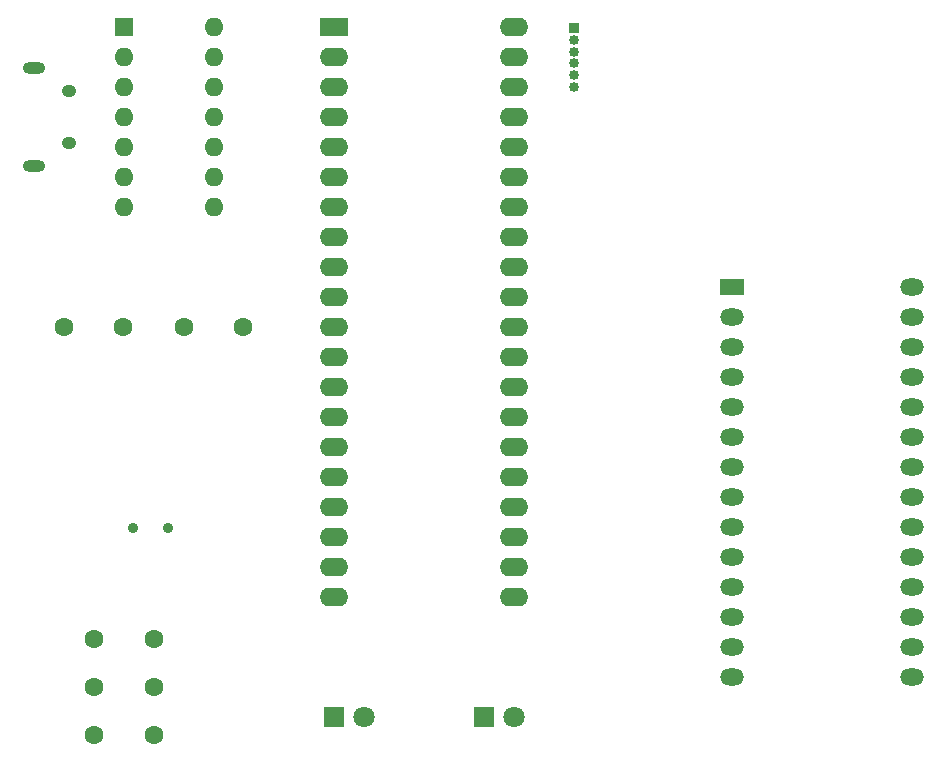
<source format=gbr>
%TF.GenerationSoftware,KiCad,Pcbnew,7.0.5-0*%
%TF.CreationDate,2023-06-15T01:07:24+01:00*%
%TF.ProjectId,EEPROM Programmer,45455052-4f4d-4205-9072-6f6772616d6d,rev?*%
%TF.SameCoordinates,Original*%
%TF.FileFunction,Soldermask,Bot*%
%TF.FilePolarity,Negative*%
%FSLAX46Y46*%
G04 Gerber Fmt 4.6, Leading zero omitted, Abs format (unit mm)*
G04 Created by KiCad (PCBNEW 7.0.5-0) date 2023-06-15 01:07:24*
%MOMM*%
%LPD*%
G01*
G04 APERTURE LIST*
%ADD10R,2.400000X1.600000*%
%ADD11O,2.400000X1.600000*%
%ADD12C,1.600000*%
%ADD13R,2.000000X1.440000*%
%ADD14O,2.000000X1.440000*%
%ADD15C,0.900000*%
%ADD16O,1.250000X1.050000*%
%ADD17O,1.900000X1.000000*%
%ADD18R,0.850000X0.850000*%
%ADD19O,0.850000X0.850000*%
%ADD20R,1.800000X1.800000*%
%ADD21C,1.800000*%
%ADD22R,1.600000X1.600000*%
%ADD23O,1.600000X1.600000*%
G04 APERTURE END LIST*
D10*
%TO.C,U1*%
X40640000Y-17780000D03*
D11*
X40640000Y-20320000D03*
X40640000Y-22860000D03*
X40640000Y-25400000D03*
X40640000Y-27940000D03*
X40640000Y-30480000D03*
X40640000Y-33020000D03*
X40640000Y-35560000D03*
X40640000Y-38100000D03*
X40640000Y-40640000D03*
X40640000Y-43180000D03*
X40640000Y-45720000D03*
X40640000Y-48260000D03*
X40640000Y-50800000D03*
X40640000Y-53340000D03*
X40640000Y-55880000D03*
X40640000Y-58420000D03*
X40640000Y-60960000D03*
X40640000Y-63500000D03*
X40640000Y-66040000D03*
X55880000Y-66040000D03*
X55880000Y-63500000D03*
X55880000Y-60960000D03*
X55880000Y-58420000D03*
X55880000Y-55880000D03*
X55880000Y-53340000D03*
X55880000Y-50800000D03*
X55880000Y-48260000D03*
X55880000Y-45720000D03*
X55880000Y-43180000D03*
X55880000Y-40640000D03*
X55880000Y-38100000D03*
X55880000Y-35560000D03*
X55880000Y-33020000D03*
X55880000Y-30480000D03*
X55880000Y-27940000D03*
X55880000Y-25400000D03*
X55880000Y-22860000D03*
X55880000Y-20320000D03*
X55880000Y-17780000D03*
%TD*%
D12*
%TO.C,C3*%
X27940000Y-43180000D03*
X32940000Y-43180000D03*
%TD*%
%TO.C,C2*%
X17780000Y-43180000D03*
X22780000Y-43180000D03*
%TD*%
D13*
%TO.C,U2*%
X74387500Y-39770000D03*
D14*
X74387500Y-42310000D03*
X74387500Y-44850000D03*
X74387500Y-47390000D03*
X74387500Y-49930000D03*
X74387500Y-52470000D03*
X74387500Y-55010000D03*
X74387500Y-57550000D03*
X74387500Y-60090000D03*
X74387500Y-62630000D03*
X74387500Y-65170000D03*
X74387500Y-67710000D03*
X74387500Y-70250000D03*
X74387500Y-72790000D03*
X89627500Y-72790000D03*
X89627500Y-70250000D03*
X89627500Y-67710000D03*
X89627500Y-65170000D03*
X89627500Y-62630000D03*
X89627500Y-60090000D03*
X89627500Y-57550000D03*
X89627500Y-55010000D03*
X89627500Y-52470000D03*
X89627500Y-49930000D03*
X89627500Y-47390000D03*
X89627500Y-44850000D03*
X89627500Y-42310000D03*
X89627500Y-39770000D03*
%TD*%
D15*
%TO.C,SW1*%
X26610000Y-60180000D03*
X23610000Y-60180000D03*
%TD*%
D12*
%TO.C,R3*%
X20320000Y-77750000D03*
X25400000Y-77750000D03*
%TD*%
%TO.C,R2*%
X20320000Y-73660000D03*
X25400000Y-73660000D03*
%TD*%
%TO.C,R1*%
X20320000Y-69570000D03*
X25400000Y-69570000D03*
%TD*%
D16*
%TO.C,J2*%
X18240000Y-27625000D03*
D17*
X15240000Y-21225000D03*
D16*
X18240000Y-23175000D03*
D17*
X15240000Y-29575000D03*
%TD*%
D18*
%TO.C,J1*%
X60960000Y-17860000D03*
D19*
X60960000Y-18860000D03*
X60960000Y-19860000D03*
X60960000Y-20860000D03*
X60960000Y-21860000D03*
X60960000Y-22860000D03*
%TD*%
D20*
%TO.C,D2*%
X53340000Y-76200000D03*
D21*
X55880000Y-76200000D03*
%TD*%
D20*
%TO.C,D1*%
X40640000Y-76200000D03*
D21*
X43180000Y-76200000D03*
%TD*%
D22*
%TO.C,U3*%
X22860000Y-17780000D03*
D23*
X22860000Y-20320000D03*
X22860000Y-22860000D03*
X22860000Y-25400000D03*
X22860000Y-27940000D03*
X22860000Y-30480000D03*
X22860000Y-33020000D03*
X30480000Y-33020000D03*
X30480000Y-30480000D03*
X30480000Y-27940000D03*
X30480000Y-25400000D03*
X30480000Y-22860000D03*
X30480000Y-20320000D03*
X30480000Y-17780000D03*
%TD*%
M02*

</source>
